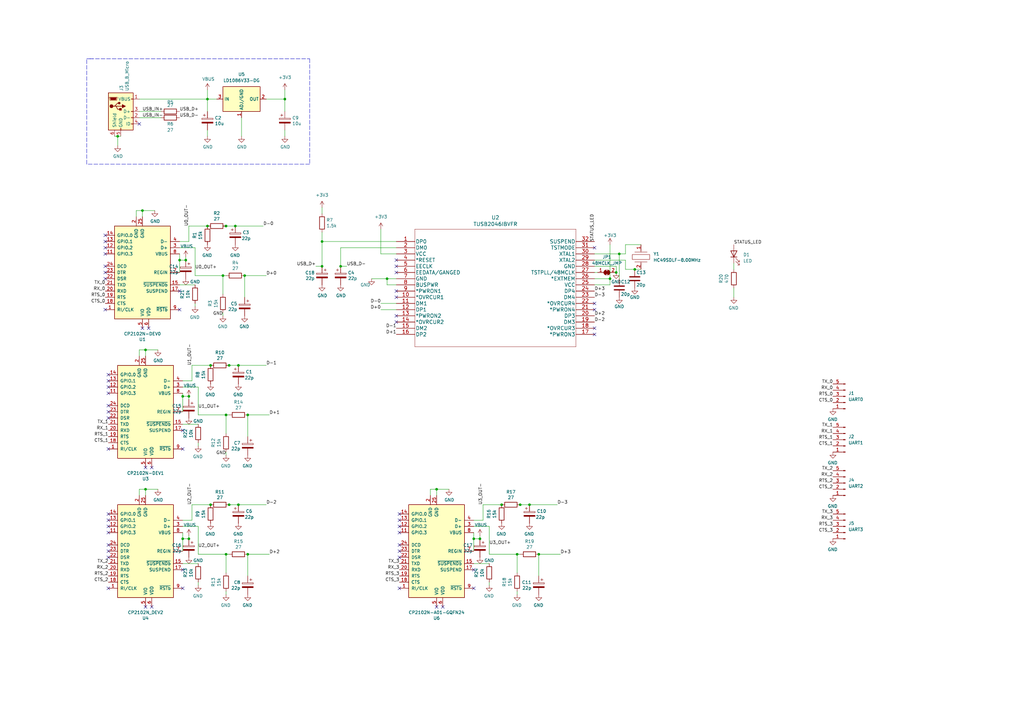
<source format=kicad_sch>
(kicad_sch (version 20211123) (generator eeschema)
  (paper "A3")
  (lib_symbols
    (symbol "Connector:Conn_01x05_Male" (pin_names (offset 1.016) hide)
      (property "Reference" "J" (at 0 7.62 0))
      (property "Value" "Conn_01x05_Male" (at 0 -7.62 0))
      (symbol "Conn_01x05_Male_1_1"
        (polyline (pts (xy 1.27 -5.08) (xy 0.8636 -5.08)) (stroke (width 0.1524)))
        (polyline (pts (xy 1.27 -2.54) (xy 0.8636 -2.54)) (stroke (width 0.1524)))
        (polyline (pts (xy 1.27 0) (xy 0.8636 0)) (stroke (width 0.1524)))
        (polyline (pts (xy 1.27 2.54) (xy 0.8636 2.54)) (stroke (width 0.1524)))
        (polyline (pts (xy 1.27 5.08) (xy 0.8636 5.08)) (stroke (width 0.1524)))
        (rectangle (start 0.8636 -4.953) (end 0 -5.207) (stroke (width 0.1524)) (fill (type outline)))
        (rectangle (start 0.8636 -2.413) (end 0 -2.667) (stroke (width 0.1524)) (fill (type outline)))
        (rectangle (start 0.8636 0.127) (end 0 -0.127) (stroke (width 0.1524)) (fill (type outline)))
        (rectangle (start 0.8636 2.667) (end 0 2.413) (stroke (width 0.1524)) (fill (type outline)))
        (rectangle (start 0.8636 5.207) (end 0 4.953) (stroke (width 0.1524)) (fill (type outline)))
        (pin passive line (at 5.08 5.08 180) (length 3.81) (name "Pin_1") (number "1"))
        (pin passive line (at 5.08 2.54 180) (length 3.81) (name "Pin_2") (number "2"))
        (pin passive line (at 5.08 0 180) (length 3.81) (name "Pin_3") (number "3"))
        (pin passive line (at 5.08 -2.54 180) (length 3.81) (name "Pin_4") (number "4"))
        (pin passive line (at 5.08 -5.08 180) (length 3.81) (name "Pin_5") (number "5"))
      )
    )
    (symbol "Connector:USB_B_Micro" (pin_names (offset 1.016))
      (property "Reference" "J" (at -5.08 11.43 0))
      (property "Value" "USB_B_Micro" (at -5.08 8.89 0))
      (symbol "USB_B_Micro_0_1"
        (rectangle (start -5.08 -7.62) (end 5.08 7.62) (stroke (width 0.254)) (fill (type background)))
        (circle (center -3.81 2.159) (radius 0.635) (stroke (width 0.254)) (fill (type outline)))
        (circle (center -0.635 3.429) (radius 0.381) (stroke (width 0.254)) (fill (type outline)))
        (rectangle (start -0.127 -7.62) (end 0.127 -6.858))
        (polyline (pts (xy -1.905 2.159) (xy 0.635 2.159)) (stroke (width 0.254)))
        (polyline (pts (xy -3.175 2.159) (xy -2.54 2.159) (xy -1.27 3.429) (xy -0.635 3.429)) (stroke (width 0.254)))
        (polyline (pts (xy -2.54 2.159) (xy -1.905 2.159) (xy -1.27 0.889) (xy 0 0.889)) (stroke (width 0.254)))
        (polyline (pts (xy 0.635 2.794) (xy 0.635 1.524) (xy 1.905 2.159) (xy 0.635 2.794)) (stroke (width 0.254)) (fill (type outline)))
        (polyline (pts (xy -4.318 5.588) (xy -1.778 5.588) (xy -2.032 4.826) (xy -4.064 4.826) (xy -4.318 5.588)) (fill (type outline)))
        (polyline (pts (xy -4.699 5.842) (xy -4.699 5.588) (xy -4.445 4.826) (xy -4.445 4.572) (xy -1.651 4.572) (xy -1.651 4.826) (xy -1.397 5.588) (xy -1.397 5.842) (xy -4.699 5.842)))
        (rectangle (start 0.254 1.27) (end -0.508 0.508) (stroke (width 0.254)) (fill (type outline)))
        (rectangle (start 5.08 -5.207) (end 4.318 -4.953))
        (rectangle (start 5.08 -2.667) (end 4.318 -2.413))
        (rectangle (start 5.08 -0.127) (end 4.318 0.127))
        (rectangle (start 5.08 4.953) (end 4.318 5.207))
      )
      (symbol "USB_B_Micro_1_1"
        (pin power_out line (at 7.62 5.08 180) (length 2.54) (name "VBUS") (number "1"))
        (pin bidirectional line (at 7.62 -2.54 180) (length 2.54) (name "D-") (number "2"))
        (pin bidirectional line (at 7.62 0 180) (length 2.54) (name "D+") (number "3"))
        (pin passive line (at 7.62 -5.08 180) (length 2.54) (name "ID") (number "4"))
        (pin power_out line (at 0 -10.16 90) (length 2.54) (name "GND") (number "5"))
        (pin passive line (at -2.54 -10.16 90) (length 2.54) (name "Shield") (number "6"))
      )
    )
    (symbol "Device:C" (pin_numbers hide) (pin_names (offset 0.254))
      (property "Reference" "C" (at 0.635 2.54 0))
      (property "Value" "C" (at 0.635 -2.54 0))
      (symbol "C_0_1"
        (polyline (pts (xy -2.032 -0.762) (xy 2.032 -0.762)) (stroke (width 0.508)))
        (polyline (pts (xy -2.032 0.762) (xy 2.032 0.762)) (stroke (width 0.508)))
      )
      (symbol "C_1_1"
        (pin passive line (at 0 3.81 270) (length 2.794) (name "~") (number "1"))
        (pin passive line (at 0 -3.81 90) (length 2.794) (name "~") (number "2"))
      )
    )
    (symbol "Device:LED" (pin_numbers hide) (pin_names (offset 1.016) hide)
      (property "Reference" "D" (at 0 2.54 0))
      (property "Value" "LED" (at 0 -2.54 0))
      (symbol "LED_0_1"
        (polyline (pts (xy -1.27 -1.27) (xy -1.27 1.27)) (stroke (width 0.254)))
        (polyline (pts (xy -1.27 0) (xy 1.27 0)))
        (polyline (pts (xy 1.27 -1.27) (xy 1.27 1.27) (xy -1.27 0) (xy 1.27 -1.27)) (stroke (width 0.254)))
        (polyline (pts (xy -3.048 -0.762) (xy -4.572 -2.286) (xy -3.81 -2.286) (xy -4.572 -2.286) (xy -4.572 -1.524)))
        (polyline (pts (xy -1.778 -0.762) (xy -3.302 -2.286) (xy -2.54 -2.286) (xy -3.302 -2.286) (xy -3.302 -1.524)))
      )
      (symbol "LED_1_1"
        (pin passive line (at -3.81 0 0) (length 2.54) (name "K") (number "1"))
        (pin passive line (at 3.81 0 180) (length 2.54) (name "A") (number "2"))
      )
    )
    (symbol "Device:R" (pin_numbers hide) (pin_names (offset 0))
      (property "Reference" "R" (at 2.032 0 90))
      (property "Value" "R" (at 0 0 90))
      (symbol "R_0_1"
        (rectangle (start -1.016 -2.54) (end 1.016 2.54) (stroke (width 0.254)))
      )
      (symbol "R_1_1"
        (pin passive line (at 0 3.81 270) (length 1.27) (name "~") (number "1"))
        (pin passive line (at 0 -3.81 90) (length 1.27) (name "~") (number "2"))
      )
    )
    (symbol "First-rescue:CP-Device" (pin_numbers hide) (pin_names (offset 0.254))
      (property "Reference" "C" (at 0.635 2.54 0))
      (property "Value" "CP-Device" (at 0.635 -2.54 0))
      (symbol "CP-Device_0_1"
        (rectangle (start -2.286 0.508) (end 2.286 1.016))
        (polyline (pts (xy -1.778 2.286) (xy -0.762 2.286)))
        (polyline (pts (xy -1.27 2.794) (xy -1.27 1.778)))
        (rectangle (start 2.286 -0.508) (end -2.286 -1.016) (fill (type outline)))
      )
      (symbol "CP-Device_1_1"
        (pin passive line (at 0 3.81 270) (length 2.794) (name "~") (number "1"))
        (pin passive line (at 0 -3.81 90) (length 2.794) (name "~") (number "2"))
      )
    )
    (symbol "First-rescue:CP2102N-A01-GQFN24-Interface_USB" (pin_names (offset 1.016))
      (property "Reference" "U" (at -5.08 22.225 0))
      (property "Value" "CP2102N-A01-GQFN24-Interface_USB" (at -5.08 20.32 0))
      (symbol "CP2102N-A01-GQFN24-Interface_USB_0_1"
        (rectangle (start -11.43 19.05) (end 11.43 -19.05) (stroke (width 0.254)) (fill (type background)))
      )
      (symbol "CP2102N-A01-GQFN24-Interface_USB_1_1"
        (pin bidirectional line (at 15.24 15.24 180) (length 3.81) (name "RI/CLK") (number "1"))
        (pin no_connect line (at 10.16 -22.86 90) (length 3.81) hide (name "NC") (number "10"))
        (pin bidirectional line (at 15.24 -7.62 180) (length 3.81) (name "GPIO.3") (number "11"))
        (pin bidirectional line (at 15.24 -10.16 180) (length 3.81) (name "GPIO.2") (number "12"))
        (pin bidirectional line (at 15.24 -12.7 180) (length 3.81) (name "GPIO.1") (number "13"))
        (pin bidirectional line (at 15.24 -15.24 180) (length 3.81) (name "GPIO.0") (number "14"))
        (pin output line (at -15.24 5.08 0) (length 3.81) (name "~{SUSPENDb}") (number "15"))
        (pin no_connect line (at 7.62 -22.86 90) (length 3.81) hide (name "NC") (number "16"))
        (pin output line (at -15.24 7.62 0) (length 3.81) (name "SUSPEND") (number "17"))
        (pin input line (at 15.24 12.7 180) (length 3.81) (name "CTS") (number "18"))
        (pin output line (at 15.24 10.16 180) (length 3.81) (name "RTS") (number "19"))
        (pin power_in line (at 2.54 -22.86 90) (length 3.81) (name "GND") (number "2"))
        (pin input line (at 15.24 7.62 180) (length 3.81) (name "RXD") (number "20"))
        (pin output line (at 15.24 5.08 180) (length 3.81) (name "TXD") (number "21"))
        (pin input line (at 15.24 2.54 180) (length 3.81) (name "DSR") (number "22"))
        (pin output line (at 15.24 0 180) (length 3.81) (name "DTR") (number "23"))
        (pin input line (at 15.24 -2.54 180) (length 3.81) (name "DCD") (number "24"))
        (pin power_in line (at 0 -22.86 90) (length 3.81) (name "GND") (number "25"))
        (pin bidirectional line (at -15.24 -10.16 0) (length 3.81) (name "D+") (number "3"))
        (pin bidirectional line (at -15.24 -12.7 0) (length 3.81) (name "D-") (number "4"))
        (pin power_in line (at 0 22.86 270) (length 3.81) (name "VIO") (number "5"))
        (pin power_in line (at -2.54 22.86 270) (length 3.81) (name "VDD") (number "6"))
        (pin power_in line (at -15.24 0 0) (length 3.81) (name "REGIN") (number "7"))
        (pin input line (at -15.24 -7.62 0) (length 3.81) (name "VBUS") (number "8"))
        (pin input line (at -15.24 15.24 0) (length 3.81) (name "~{RSTb}") (number "9"))
      )
    )
    (symbol "First-rescue:TUSB2046IBVFR-TUSB2046IBVFR" (pin_names (offset 0.254))
      (property "Reference" "U" (at 40.64 10.16 0))
      (property "Value" "TUSB2046IBVFR-TUSB2046IBVFR" (at 40.64 7.62 0))
      (symbol "TUSB2046IBVFR-TUSB2046IBVFR_1_1"
        (polyline (pts (xy 7.62 -43.18) (xy 73.66 -43.18)) (stroke (width 0.127)))
        (polyline (pts (xy 7.62 5.08) (xy 7.62 -43.18)) (stroke (width 0.127)))
        (polyline (pts (xy 73.66 -43.18) (xy 73.66 5.08)) (stroke (width 0.127)))
        (polyline (pts (xy 73.66 5.08) (xy 7.62 5.08)) (stroke (width 0.127)))
        (pin bidirectional line (at 0 0 0) (length 7.62) (name "DP0") (number "1"))
        (pin output line (at 0 -22.86 0) (length 7.62) (name "*OVRCUR1") (number "10"))
        (pin bidirectional line (at 0 -25.4 0) (length 7.62) (name "DM1") (number "11"))
        (pin bidirectional line (at 0 -27.94 0) (length 7.62) (name "DP1") (number "12"))
        (pin output line (at 0 -30.48 0) (length 7.62) (name "*PWRON2") (number "13"))
        (pin output line (at 0 -33.02 0) (length 7.62) (name "*OVRCUR2") (number "14"))
        (pin bidirectional line (at 0 -35.56 0) (length 7.62) (name "DM2") (number "15"))
        (pin bidirectional line (at 0 -38.1 0) (length 7.62) (name "DP2") (number "16"))
        (pin output line (at 81.28 -38.1 180) (length 7.62) (name "*PWRON3") (number "17"))
        (pin output line (at 81.28 -35.56 180) (length 7.62) (name "*OVRCUR3") (number "18"))
        (pin bidirectional line (at 81.28 -33.02 180) (length 7.62) (name "DM3") (number "19"))
        (pin bidirectional line (at 0 -2.54 0) (length 7.62) (name "DM0") (number "2"))
        (pin bidirectional line (at 81.28 -30.48 180) (length 7.62) (name "DP3") (number "20"))
        (pin output line (at 81.28 -27.94 180) (length 7.62) (name "*PWRON4") (number "21"))
        (pin input line (at 81.28 -25.4 180) (length 7.62) (name "*OVRCUR4") (number "22"))
        (pin bidirectional line (at 81.28 -22.86 180) (length 7.62) (name "DM4") (number "23"))
        (pin bidirectional line (at 81.28 -20.32 180) (length 7.62) (name "DP4") (number "24"))
        (pin power_in line (at 81.28 -17.78 180) (length 7.62) (name "VCC") (number "25"))
        (pin input line (at 81.28 -15.24 180) (length 7.62) (name "*EXTMEM") (number "26"))
        (pin unspecified line (at 81.28 -12.7 180) (length 7.62) (name "TSTPLL/48MCLK") (number "27"))
        (pin power_in line (at 81.28 -10.16 180) (length 7.62) (name "GND") (number "28"))
        (pin output line (at 81.28 -7.62 180) (length 7.62) (name "XTAL2") (number "29"))
        (pin power_in line (at 0 -5.08 0) (length 7.62) (name "VCC") (number "3"))
        (pin input line (at 81.28 -5.08 180) (length 7.62) (name "XTAL1") (number "30"))
        (pin unspecified line (at 81.28 -2.54 180) (length 7.62) (name "TSTMODE") (number "31"))
        (pin output line (at 81.28 0 180) (length 7.62) (name "SUSPEND") (number "32"))
        (pin input line (at 0 -7.62 0) (length 7.62) (name "*RESET") (number "4"))
        (pin output line (at 0 -10.16 0) (length 7.62) (name "EECLK") (number "5"))
        (pin bidirectional line (at 0 -12.7 0) (length 7.62) (name "EEDATA/GANGED") (number "6"))
        (pin power_in line (at 0 -15.24 0) (length 7.62) (name "GND") (number "7"))
        (pin input line (at 0 -17.78 0) (length 7.62) (name "BUSPWR") (number "8"))
        (pin output line (at 0 -20.32 0) (length 7.62) (name "*PWRON1") (number "9"))
      )
    )
    (symbol "HC49SDLF-8.00MHz:HC49SDLF-8.00MHz" (pin_names (offset 0.762))
      (property "Reference" "Y" (at 8.89 6.35 0))
      (property "Value" "HC49SDLF-8.00MHz" (at 8.89 3.81 0))
      (symbol "HC49SDLF-8.00MHz_0_0"
        (pin passive line (at 0 0 0) (length 2.54) (name "~") (number "1"))
        (pin passive line (at 10.16 0 180) (length 2.54) (name "~") (number "2"))
      )
      (symbol "HC49SDLF-8.00MHz_0_1"
        (polyline (pts (xy 3.048 0) (xy 2.54 0)) (stroke (width 0.1524)))
        (polyline (pts (xy 3.048 2.54) (xy 3.048 -2.54)) (stroke (width 0.1524)))
        (polyline (pts (xy 7.112 0) (xy 7.62 0)) (stroke (width 0.1524)))
        (polyline (pts (xy 7.112 2.54) (xy 7.112 -2.54)) (stroke (width 0.1524)))
        (polyline (pts (xy 4.064 3.556) (xy 4.064 -3.556) (xy 6.096 -3.556) (xy 6.096 3.556) (xy 4.064 3.556)) (stroke (width 0.1524)))
      )
    )
    (symbol "Jumper:SolderJumper_2_Bridged" (pin_names (offset 0) hide)
      (property "Reference" "JP" (at 0 2.032 0))
      (property "Value" "SolderJumper_2_Bridged" (at 0 -2.54 0))
      (symbol "SolderJumper_2_Bridged_0_1"
        (rectangle (start -0.508 0.508) (end 0.508 -0.508) (fill (type outline)))
        (arc (start -0.254 1.016) (mid -1.27 0) (end -0.254 -1.016))
        (arc (start -0.254 1.016) (mid -1.27 0) (end -0.254 -1.016) (fill (type outline)))
        (polyline (pts (xy -0.254 1.016) (xy -0.254 -1.016)))
        (polyline (pts (xy 0.254 1.016) (xy 0.254 -1.016)))
        (arc (start 0.254 -1.016) (mid 1.27 0) (end 0.254 1.016))
        (arc (start 0.254 -1.016) (mid 1.27 0) (end 0.254 1.016) (fill (type outline)))
      )
      (symbol "SolderJumper_2_Bridged_1_1"
        (pin passive line (at -3.81 0 0) (length 2.54) (name "A") (number "1"))
        (pin passive line (at 3.81 0 180) (length 2.54) (name "B") (number "2"))
      )
    )
    (symbol "Regulator_Linear:LD1086V33-DG"
      (property "Reference" "U" (at 0 10.16 0))
      (property "Value" "LD1086V33-DG" (at 0 7.62 0))
      (symbol "LD1086V33-DG_1_1"
        (rectangle (start -7.62 -5.08) (end 7.62 5.08) (stroke (width 0.254)) (fill (type background)))
        (pin input line (at 0 -7.62 90) (length 2.54) (name "ADJ/GND") (number "1"))
        (pin power_out line (at 10.16 0 180) (length 2.54) (name "OUT") (number "2"))
        (pin power_in line (at -10.16 0 0) (length 2.54) (name "IN") (number "3"))
      )
    )
    (symbol "power:+3V3" (power) (pin_names (offset 0))
      (property "Value" "+3V3" (at 0 3.556 0))
      (symbol "+3V3_0_1"
        (polyline (pts (xy -0.762 1.27) (xy 0 2.54)))
        (polyline (pts (xy 0 0) (xy 0 2.54)))
        (polyline (pts (xy 0 2.54) (xy 0.762 1.27)))
      )
      (symbol "+3V3_1_1"
        (pin power_in line (at 0 0 90) (length 0) hide (name "+3V3") (number "1"))
      )
    )
    (symbol "power:GND" (power) (pin_names (offset 0))
      (property "Value" "GND" (at 0 -3.81 0))
      (symbol "GND_0_1"
        (polyline (pts (xy 0 0) (xy 0 -1.27) (xy 1.27 -1.27) (xy 0 -2.54) (xy -1.27 -1.27) (xy 0 -1.27)))
      )
      (symbol "GND_1_1"
        (pin power_in line (at 0 0 270) (length 0) hide (name "GND") (number "1"))
      )
    )
    (symbol "power:VBUS" (power) (pin_names (offset 0))
      (property "Value" "VBUS" (at 0 3.81 0))
      (symbol "VBUS_0_1"
        (polyline (pts (xy -0.762 1.27) (xy 0 2.54)))
        (polyline (pts (xy 0 0) (xy 0 2.54)))
        (polyline (pts (xy 0 2.54) (xy 0.762 1.27)))
      )
      (symbol "VBUS_1_1"
        (pin power_in line (at 0 0 90) (length 0) hide (name "VBUS") (number "1"))
      )
    )
  )
  (junction (at 101.6 227.33))
  (junction (at 179.07 200.66))
  (junction (at 77.47 220.98))
  (junction (at 260.35 110.49))
  (junction (at 96.52 92.71))
  (junction (at 74.93 220.98))
  (junction (at 73.66 106.68))
  (junction (at 100.33 113.03))
  (junction (at 93.98 207.01))
  (junction (at 158.75 114.3))
  (junction (at 85.09 92.71))
  (junction (at 86.36 207.01))
  (junction (at 48.26 55.88))
  (junction (at 92.71 92.71))
  (junction (at 58.42 86.36))
  (junction (at 252.73 111.76))
  (junction (at 132.08 99.06))
  (junction (at 250.19 114.3))
  (junction (at 97.79 207.01))
  (junction (at 76.2 106.68))
  (junction (at 205.74 207.01))
  (junction (at 85.09 40.64))
  (junction (at 92.71 170.18))
  (junction (at 97.79 149.86))
  (junction (at 74.93 162.56))
  (junction (at 213.36 207.01))
  (junction (at 86.36 149.86))
  (junction (at 220.98 227.33))
  (junction (at 101.6 170.18))
  (junction (at 254 104.14))
  (junction (at 139.7 109.22))
  (junction (at 93.98 149.86))
  (junction (at 212.09 227.33))
  (junction (at 59.69 143.51))
  (junction (at 92.71 227.33))
  (junction (at 196.85 220.98))
  (junction (at 116.84 40.64))
  (junction (at 132.08 109.22))
  (junction (at 59.69 200.66))
  (junction (at 194.31 220.98))
  (junction (at 77.47 162.56))
  (junction (at 217.17 207.01))
  (junction (at 91.44 113.03))
  (no_connect (at 181.61 248.92))
  (no_connect (at 179.07 248.92))
  (no_connect (at 194.31 241.3))
  (no_connect (at 74.93 184.15))
  (no_connect (at 73.66 127))
  (no_connect (at 74.93 241.3))
  (no_connect (at 162.56 119.38))
  (no_connect (at 162.56 121.92))
  (no_connect (at 162.56 109.22))
  (no_connect (at 162.56 106.68))
  (no_connect (at 162.56 129.54))
  (no_connect (at 162.56 132.08))
  (no_connect (at 243.84 137.16))
  (no_connect (at 243.84 134.62))
  (no_connect (at 243.84 127))
  (no_connect (at 243.84 124.46))
  (no_connect (at 243.84 101.6))
  (no_connect (at 57.15 50.8))
  (no_connect (at 43.18 96.52))
  (no_connect (at 43.18 99.06))
  (no_connect (at 43.18 101.6))
  (no_connect (at 43.18 104.14))
  (no_connect (at 194.31 233.68))
  (no_connect (at 163.83 241.3))
  (no_connect (at 162.56 111.76))
  (no_connect (at 43.18 127))
  (no_connect (at 43.18 111.76))
  (no_connect (at 43.18 114.3))
  (no_connect (at 58.42 134.62))
  (no_connect (at 73.66 119.38))
  (no_connect (at 60.96 134.62))
  (no_connect (at 44.45 184.15))
  (no_connect (at 59.69 191.77))
  (no_connect (at 62.23 191.77))
  (no_connect (at 74.93 176.53))
  (no_connect (at 44.45 161.29))
  (no_connect (at 44.45 158.75))
  (no_connect (at 44.45 153.67))
  (no_connect (at 44.45 156.21))
  (no_connect (at 44.45 171.45))
  (no_connect (at 44.45 168.91))
  (no_connect (at 44.45 166.37))
  (no_connect (at 44.45 213.36))
  (no_connect (at 44.45 210.82))
  (no_connect (at 44.45 228.6))
  (no_connect (at 74.93 233.68))
  (no_connect (at 44.45 226.06))
  (no_connect (at 44.45 223.52))
  (no_connect (at 44.45 218.44))
  (no_connect (at 44.45 215.9))
  (no_connect (at 62.23 248.92))
  (no_connect (at 44.45 241.3))
  (no_connect (at 59.69 248.92))
  (no_connect (at 163.83 215.9))
  (no_connect (at 163.83 213.36))
  (no_connect (at 163.83 210.82))
  (no_connect (at 163.83 228.6))
  (no_connect (at 163.83 226.06))
  (no_connect (at 163.83 218.44))
  (no_connect (at 163.83 223.52))
  (no_connect (at 43.18 109.22))
  (wire (pts (xy 109.22 113.03) (xy 100.33 113.03)))
  (wire (pts (xy 92.71 227.33) (xy 93.98 227.33)))
  (wire (pts (xy 96.52 92.71) (xy 92.71 92.71)))
  (wire (pts (xy 250.19 114.3) (xy 243.84 114.3)))
  (wire (pts (xy 59.69 143.51) (xy 59.69 146.05)))
  (wire (pts (xy 205.74 207.01) (xy 198.12 207.01)))
  (wire (pts (xy 217.17 207.01) (xy 213.36 207.01)))
  (wire (pts (xy 48.26 55.88) (xy 49.53 55.88)))
  (wire (pts (xy 85.09 40.64) (xy 85.09 45.72)))
  (wire (pts (xy 101.6 227.33) (xy 101.6 236.22)))
  (wire (pts (xy 97.79 207.01) (xy 109.22 207.01)))
  (wire (pts (xy 176.53 200.66) (xy 179.07 200.66)))
  (wire (pts (xy 97.79 149.86) (xy 93.98 149.86)))
  (wire (pts (xy 77.47 99.06) (xy 77.47 92.71)))
  (wire (pts (xy 80.01 101.6) (xy 73.66 101.6)))
  (wire (pts (xy 74.93 231.14) (xy 81.28 231.14)))
  (wire (pts (xy 243.84 109.22) (xy 252.73 109.22)))
  (wire (pts (xy 254 104.14) (xy 254 114.3)))
  (wire (pts (xy 74.93 161.29) (xy 74.93 162.56)))
  (wire (pts (xy 300.99 110.49) (xy 300.99 107.95)))
  (wire (pts (xy 158.75 114.3) (xy 162.56 114.3)))
  (wire (pts (xy 48.26 55.88) (xy 48.26 59.69)))
  (wire (pts (xy 86.36 207.01) (xy 78.74 207.01)))
  (wire (pts (xy 300.99 121.92) (xy 300.99 118.11)))
  (wire (pts (xy 252.73 109.22) (xy 252.73 111.76)))
  (wire (pts (xy 212.09 243.84) (xy 212.09 242.57)))
  (wire (pts (xy 91.44 113.03) (xy 92.71 113.03)))
  (wire (pts (xy 142.24 109.22) (xy 139.7 109.22)))
  (wire (pts (xy 76.2 105.41) (xy 76.2 106.68)))
  (wire (pts (xy 78.74 156.21) (xy 78.74 149.86)))
  (wire (pts (xy 220.98 227.33) (xy 220.98 236.22)))
  (wire (pts (xy 81.28 215.9) (xy 74.93 215.9)))
  (wire (pts (xy 92.71 234.95) (xy 92.71 227.33)))
  (wire (pts (xy 179.07 200.66) (xy 179.07 203.2)))
  (wire (pts (xy 250.19 116.84) (xy 250.19 114.3)))
  (wire (pts (xy 162.56 116.84) (xy 158.75 116.84)))
  (wire (pts (xy 86.36 149.86) (xy 78.74 149.86)))
  (wire (pts (xy 194.31 231.14) (xy 200.66 231.14)))
  (wire (pts (xy 101.6 170.18) (xy 101.6 179.07)))
  (wire (pts (xy 156.21 93.98) (xy 156.21 104.14)))
  (wire (pts (xy 81.28 215.9) (xy 81.28 227.33)))
  (wire (pts (xy 81.28 227.33) (xy 92.71 227.33)))
  (wire (pts (xy 74.93 162.56) (xy 74.93 168.91)))
  (wire (pts (xy 92.71 170.18) (xy 93.98 170.18)))
  (wire (pts (xy 162.56 104.14) (xy 156.21 104.14)))
  (wire (pts (xy 156.21 127) (xy 162.56 127)))
  (wire (pts (xy 256.54 100.33) (xy 262.89 100.33)))
  (wire (pts (xy 92.71 186.69) (xy 92.71 185.42)))
  (wire (pts (xy 194.31 220.98) (xy 196.85 220.98)))
  (wire (pts (xy 200.66 215.9) (xy 194.31 215.9)))
  (wire (pts (xy 74.93 213.36) (xy 78.74 213.36)))
  (polyline (pts (xy 127 24.13) (xy 127 67.31)))
  (wire (pts (xy 194.31 220.98) (xy 194.31 226.06)))
  (wire (pts (xy 81.28 182.88) (xy 81.28 181.61)))
  (wire (pts (xy 162.56 99.06) (xy 132.08 99.06)))
  (wire (pts (xy 58.42 86.36) (xy 63.5 86.36)))
  (wire (pts (xy 116.84 40.64) (xy 109.22 40.64)))
  (wire (pts (xy 196.85 219.71) (xy 196.85 220.98)))
  (wire (pts (xy 243.84 106.68) (xy 256.54 106.68)))
  (polyline (pts (xy 35.56 67.31) (xy 35.56 24.13)))
  (wire (pts (xy 74.93 220.98) (xy 74.93 226.06)))
  (wire (pts (xy 46.99 55.88) (xy 48.26 55.88)))
  (wire (pts (xy 194.31 218.44) (xy 194.31 220.98)))
  (wire (pts (xy 85.09 40.64) (xy 88.9 40.64)))
  (wire (pts (xy 80.01 101.6) (xy 80.01 113.03)))
  (wire (pts (xy 59.69 200.66) (xy 64.77 200.66)))
  (wire (pts (xy 116.84 45.72) (xy 116.84 40.64)))
  (wire (pts (xy 110.49 170.18) (xy 101.6 170.18)))
  (wire (pts (xy 200.66 227.33) (xy 212.09 227.33)))
  (wire (pts (xy 213.36 207.01) (xy 212.09 207.01)))
  (wire (pts (xy 59.69 200.66) (xy 59.69 203.2)))
  (wire (pts (xy 152.4 114.3) (xy 158.75 114.3)))
  (wire (pts (xy 91.44 120.65) (xy 91.44 113.03)))
  (wire (pts (xy 57.15 146.05) (xy 57.15 143.51)))
  (wire (pts (xy 179.07 200.66) (xy 184.15 200.66)))
  (wire (pts (xy 92.71 177.8) (xy 92.71 170.18)))
  (wire (pts (xy 74.93 220.98) (xy 77.47 220.98)))
  (wire (pts (xy 243.84 104.14) (xy 254 104.14)))
  (wire (pts (xy 85.09 53.34) (xy 85.09 55.88)))
  (wire (pts (xy 129.54 109.22) (xy 132.08 109.22)))
  (wire (pts (xy 73.66 106.68) (xy 76.2 106.68)))
  (wire (pts (xy 116.84 55.88) (xy 116.84 53.34)))
  (wire (pts (xy 97.79 207.01) (xy 93.98 207.01)))
  (wire (pts (xy 55.88 88.9) (xy 55.88 86.36)))
  (wire (pts (xy 162.56 101.6) (xy 139.7 101.6)))
  (wire (pts (xy 200.66 215.9) (xy 200.66 227.33)))
  (wire (pts (xy 55.88 86.36) (xy 58.42 86.36)))
  (wire (pts (xy 85.09 92.71) (xy 77.47 92.71)))
  (wire (pts (xy 81.28 158.75) (xy 74.93 158.75)))
  (wire (pts (xy 132.08 95.25) (xy 132.08 99.06)))
  (wire (pts (xy 59.69 143.51) (xy 64.77 143.51)))
  (wire (pts (xy 256.54 104.14) (xy 256.54 100.33)))
  (wire (pts (xy 78.74 213.36) (xy 78.74 207.01)))
  (wire (pts (xy 93.98 207.01) (xy 92.71 207.01)))
  (wire (pts (xy 92.71 243.84) (xy 92.71 242.57)))
  (wire (pts (xy 132.08 99.06) (xy 132.08 109.22)))
  (wire (pts (xy 198.12 213.36) (xy 198.12 207.01)))
  (wire (pts (xy 158.75 116.84) (xy 158.75 114.3)))
  (wire (pts (xy 77.47 162.56) (xy 77.47 163.83)))
  (wire (pts (xy 73.66 99.06) (xy 77.47 99.06)))
  (polyline (pts (xy 36.83 24.13) (xy 127 24.13)))
  (wire (pts (xy 212.09 227.33) (xy 213.36 227.33)))
  (wire (pts (xy 245.11 111.76) (xy 243.84 111.76)))
  (wire (pts (xy 81.28 170.18) (xy 92.71 170.18)))
  (wire (pts (xy 116.84 36.83) (xy 116.84 40.64)))
  (polyline (pts (xy 127 67.31) (xy 35.56 67.31)))
  (wire (pts (xy 85.09 36.83) (xy 85.09 40.64)))
  (wire (pts (xy 77.47 162.56) (xy 74.93 162.56)))
  (wire (pts (xy 254 104.14) (xy 256.54 104.14)))
  (wire (pts (xy 91.44 129.54) (xy 91.44 128.27)))
  (wire (pts (xy 74.93 218.44) (xy 74.93 220.98)))
  (wire (pts (xy 156.21 124.46) (xy 162.56 124.46)))
  (wire (pts (xy 229.87 227.33) (xy 220.98 227.33)))
  (wire (pts (xy 73.66 104.14) (xy 73.66 106.68)))
  (wire (pts (xy 57.15 203.2) (xy 57.15 200.66)))
  (wire (pts (xy 74.93 173.99) (xy 81.28 173.99)))
  (wire (pts (xy 243.84 116.84) (xy 250.19 116.84)))
  (wire (pts (xy 96.52 92.71) (xy 107.95 92.71)))
  (wire (pts (xy 74.93 156.21) (xy 78.74 156.21)))
  (wire (pts (xy 57.15 143.51) (xy 59.69 143.51)))
  (wire (pts (xy 99.06 55.88) (xy 99.06 48.26)))
  (wire (pts (xy 57.15 45.72) (xy 66.04 45.72)))
  (wire (pts (xy 132.08 85.09) (xy 132.08 87.63)))
  (wire (pts (xy 110.49 227.33) (xy 101.6 227.33)))
  (wire (pts (xy 250.19 100.33) (xy 250.19 114.3)))
  (wire (pts (xy 176.53 203.2) (xy 176.53 200.66)))
  (wire (pts (xy 73.66 116.84) (xy 80.01 116.84)))
  (wire (pts (xy 57.15 40.64) (xy 85.09 40.64)))
  (wire (pts (xy 93.98 149.86) (xy 92.71 149.86)))
  (wire (pts (xy 58.42 86.36) (xy 58.42 88.9)))
  (wire (pts (xy 73.66 106.68) (xy 73.66 111.76)))
  (wire (pts (xy 57.15 200.66) (xy 59.69 200.66)))
  (wire (pts (xy 81.28 240.03) (xy 81.28 238.76)))
  (wire (pts (xy 260.35 110.49) (xy 262.89 110.49)))
  (wire (pts (xy 100.33 113.03) (xy 100.33 121.92)))
  (wire (pts (xy 139.7 101.6) (xy 139.7 109.22)))
  (polyline (pts (xy 35.56 24.13) (xy 38.1 24.13)))
  (wire (pts (xy 57.15 48.26) (xy 66.04 48.26)))
  (wire (pts (xy 97.79 149.86) (xy 109.22 149.86)))
  (wire (pts (xy 77.47 219.71) (xy 77.47 220.98)))
  (wire (pts (xy 80.01 125.73) (xy 80.01 124.46)))
  (wire (pts (xy 256.54 110.49) (xy 260.35 110.49)))
  (wire (pts (xy 200.66 240.03) (xy 200.66 238.76)))
  (wire (pts (xy 80.01 113.03) (xy 91.44 113.03)))
  (wire (pts (xy 212.09 234.95) (xy 212.09 227.33)))
  (wire (pts (xy 217.17 207.01) (xy 228.6 207.01)))
  (wire (pts (xy 194.31 213.36) (xy 198.12 213.36)))
  (wire (pts (xy 81.28 158.75) (xy 81.28 170.18)))
  (wire (pts (xy 92.71 92.71) (xy 91.44 92.71)))
  (wire (pts (xy 256.54 106.68) (xy 256.54 110.49)))
  (label "STATUS_LED" (at 300.99 100.33 0))
  (label "TX_1" (at 44.45 173.99 180))
  (label "TX_2" (at 44.45 231.14 180))
  (label "RX_3" (at 341.63 213.36 180))
  (label "D-2" (at 243.84 132.08 0))
  (label "D-3" (at 243.84 121.92 0))
  (label "CTS_0" (at 341.63 165.1 180))
  (label "RTS_1" (at 341.63 180.34 180))
  (label "U2_OUT-" (at 78.74 207.01 90))
  (label "CTS_3" (at 163.83 238.76 180))
  (label "GND" (at 92.71 186.69 180))
  (label "D-3" (at 228.6 207.01 0))
  (label "RX_1" (at 44.45 176.53 180))
  (label "TX_1" (at 341.63 175.26 180))
  (label "U3_OUT+" (at 200.66 223.52 0))
  (label "STATUS_LED" (at 243.84 99.06 90))
  (label "U1_OUT-" (at 78.74 149.86 90))
  (label "CTS_0" (at 43.18 124.46 180))
  (label "TX_0" (at 341.63 157.48 180))
  (label "D+1" (at 162.56 137.16 180))
  (label "RTS_0" (at 341.63 162.56 180))
  (label "CTS_2" (at 44.45 238.76 180))
  (label "D+3" (at 229.87 227.33 0))
  (label "TX_3" (at 341.63 210.82 180))
  (label "USB_D-" (at 142.24 109.22 0))
  (label "D+3" (at 243.84 119.38 0))
  (label "TX_3" (at 163.83 231.14 180))
  (label "CTS_1" (at 44.45 181.61 180))
  (label "GND" (at 91.44 129.54 180))
  (label "D+0" (at 156.21 127 180))
  (label "RTS_3" (at 163.83 236.22 180))
  (label "TX_0" (at 43.18 116.84 180))
  (label "RTS_1" (at 44.45 179.07 180))
  (label "RTS_2" (at 341.63 198.12 180))
  (label "USB_D-" (at 73.66 48.26 0))
  (label "D+2" (at 110.49 227.33 0))
  (label "RX_3" (at 163.83 233.68 180))
  (label "D-1" (at 162.56 134.62 180))
  (label "CTS_2" (at 341.63 200.66 180))
  (label "U2_OUT+" (at 81.28 224.7246 0))
  (label "D-0" (at 107.95 92.71 0))
  (label "RX_1" (at 341.63 177.8 180))
  (label "D+1" (at 110.49 170.18 0))
  (label "D-0" (at 156.21 124.46 180))
  (label "USB_D+" (at 73.66 45.72 0))
  (label "USB_IN-" (at 58.42 48.26 0))
  (label "RX_0" (at 341.63 160.02 180))
  (label "USB_IN+" (at 58.42 45.72 0))
  (label "CTS_3" (at 341.63 218.44 180))
  (label "D+0" (at 109.22 113.03 0))
  (label "RTS_0" (at 43.18 121.92 180))
  (label "U1_OUT+" (at 81.28 167.64 0))
  (label "RX_2" (at 341.63 195.58 180))
  (label "RX_0" (at 43.18 119.38 180))
  (label "TX_2" (at 341.63 193.04 180))
  (label "D+2" (at 243.84 129.54 0))
  (label "U3_OUT-" (at 198.12 207.01 90))
  (label "USB_D+" (at 129.54 109.22 180))
  (label "U0_OUT+" (at 80.01 110.49 0))
  (label "RTS_2" (at 44.45 236.22 180))
  (label "RTS_3" (at 341.63 215.9 180))
  (label "RX_2" (at 44.45 233.68 180))
  (label "CTS_1" (at 341.63 182.88 180))
  (label "D-1" (at 109.22 149.86 0))
  (label "D-2" (at 109.22 207.01 0))
  (label "U0_OUT-" (at 77.47 92.71 90))
  (symbol (lib_id "First-rescue:TUSB2046IBVFR-TUSB2046IBVFR") (at 162.56 99.06 0) (unit 1)
    (property "Reference" "U2" (at 203.2 89.2302 0) (effects (font (size 1.524 1.524))))
    (property "Value" "TUSB2046IBVFR" (at 203.2 91.9226 0) (effects (font (size 1.524 1.524))))
    (property "Footprint" "TUSB2046:TUSB2046IBVFR" (effects hide))
  )
  (symbol (lib_id "Device:R") (at 132.08 91.44 0) (unit 1)
    (property "Reference" "R7" (at 133.858 90.2716 0) (effects (justify left)))
    (property "Value" "1.5k" (at 133.858 92.583 0) (effects (justify left)))
    (property "Footprint" "Resistor_SMD:R_0603_1608Metric" (effects hide))
  )
  (symbol (lib_id "First-rescue:CP-Device") (at 139.7 113.03 0) (unit 1)
    (property "Reference" "C4" (at 142.6972 111.8616 0) (effects (justify left)))
    (property "Value" "22p" (at 142.6972 114.173 0) (effects (justify left)))
    (property "Footprint" "Capacitor_SMD:C_0603_1608Metric" (effects hide))
  )
  (symbol (lib_id "Device:R") (at 69.85 48.26 90) (unit 1)
    (property "Reference" "R6" (at 69.85 50.8 90))
    (property "Value" "27" (at 69.85 53.34 90))
    (property "Footprint" "Resistor_SMD:R_0603_1608Metric" (effects hide))
  )
  (symbol (lib_id "Device:R") (at 69.85 45.72 270) (unit 1)
    (property "Reference" "R5" (at 69.85 41.91 90))
    (property "Value" "27" (at 69.85 43.18 90))
    (property "Footprint" "Resistor_SMD:R_0603_1608Metric" (effects hide))
  )
  (symbol (lib_id "First-rescue:CP2102N-A01-GQFN24-Interface_USB") (at 58.42 111.76 180) (unit 1)
    (property "Reference" "U1" (at 58.42 139.2174 0))
    (property "Value" "CP2102N-DEV0" (at 58.42 136.906 0))
    (property "Footprint" "Package_DFN_QFN:QFN-24-1EP_4x4mm_P0.5mm_EP2.6x2.6mm" (effects hide))
    (property "Datasheet" "https://www.silabs.com/documents/public/data-sheets/cp2102n-datasheet.pdf" (effects hide))
  )
  (symbol (lib_id "power:GND") (at 63.5 86.36 0) (unit 1)
    (property "Reference" "#PWR01" (effects hide))
    (property "Value" "GND" (at 63.627 90.7542 0))
  )
  (symbol (lib_id "power:GND") (at 152.4 114.3 0) (unit 1)
    (property "Reference" "#PWR011" (effects hide))
    (property "Value" "GND" (at 149.86 116.84 0))
  )
  (symbol (lib_id "power:VBUS") (at 76.2 105.41 0) (unit 1)
    (property "Reference" "#PWR04" (effects hide))
    (property "Value" "VBUS" (at 76.581 101.0158 0))
  )
  (symbol (lib_id "First-rescue:CP-Device") (at 85.09 49.53 0) (unit 1)
    (property "Reference" "C2" (at 88.0872 48.3616 0) (effects (justify left)))
    (property "Value" "10u" (at 88.0872 50.673 0) (effects (justify left)))
    (property "Footprint" "Capacitor_SMD:C_0603_1608Metric" (effects hide))
  )
  (symbol (lib_id "power:GND") (at 85.09 55.88 0) (unit 1)
    (property "Reference" "#PWR010" (effects hide))
    (property "Value" "GND" (at 85.217 60.2742 0))
  )
  (symbol (lib_id "power:VBUS") (at 85.09 36.83 0) (unit 1)
    (property "Reference" "#PWR09" (effects hide))
    (property "Value" "VBUS" (at 85.471 32.4358 0))
  )
  (symbol (lib_id "First-rescue:CP-Device") (at 100.33 125.73 0) (mirror y) (unit 1)
    (property "Reference" "C5" (at 97.3328 124.5616 0) (effects (justify left)))
    (property "Value" "22p" (at 97.3328 126.873 0) (effects (justify left)))
    (property "Footprint" "Capacitor_SMD:C_0603_1608Metric" (effects hide))
  )
  (symbol (lib_id "First-rescue:CP-Device") (at 96.52 96.52 0) (unit 1)
    (property "Reference" "C3" (at 99.5172 95.3516 0) (effects (justify left)))
    (property "Value" "22p" (at 99.06 97.79 0) (effects (justify left)))
    (property "Footprint" "Capacitor_SMD:C_0603_1608Metric" (effects hide))
  )
  (symbol (lib_id "power:GND") (at 100.33 129.54 0) (mirror y) (unit 1)
    (property "Reference" "#PWR012" (effects hide))
    (property "Value" "GND" (at 100.203 133.9342 0))
  )
  (symbol (lib_id "Device:R") (at 88.9 92.71 90) (mirror x) (unit 1)
    (property "Reference" "R2" (at 88.9 87.4522 90))
    (property "Value" "27" (at 88.9 89.7636 90))
    (property "Footprint" "Resistor_SMD:R_0603_1608Metric" (effects hide))
  )
  (symbol (lib_id "Device:R") (at 96.52 113.03 90) (mirror x) (unit 1)
    (property "Reference" "R4" (at 96.52 107.7722 90))
    (property "Value" "27" (at 96.52 110.0836 90))
    (property "Footprint" "Resistor_SMD:R_0603_1608Metric" (effects hide))
  )
  (symbol (lib_id "Device:R") (at 91.44 124.46 0) (mirror x) (unit 1)
    (property "Reference" "R3" (at 86.1822 124.46 90))
    (property "Value" "15k" (at 88.4936 124.46 90))
    (property "Footprint" "Resistor_SMD:R_0603_1608Metric" (effects hide))
  )
  (symbol (lib_id "power:GND") (at 91.44 129.54 0) (mirror y) (unit 1)
    (property "Reference" "#PWR06" (effects hide))
    (property "Value" "GND" (at 91.313 133.9342 0))
  )
  (symbol (lib_id "Device:R") (at 85.09 96.52 0) (mirror x) (unit 1)
    (property "Reference" "R1" (at 79.8322 96.52 90))
    (property "Value" "15k" (at 82.1436 96.52 90))
    (property "Footprint" "Resistor_SMD:R_0603_1608Metric" (effects hide))
  )
  (symbol (lib_id "power:GND") (at 85.09 100.33 0) (mirror y) (unit 1)
    (property "Reference" "#PWR05" (effects hide))
    (property "Value" "GND" (at 84.963 104.7242 0))
  )
  (symbol (lib_id "Connector:USB_B_Micro") (at 49.53 45.72 0) (unit 1)
    (property "Reference" "J3" (at 49.8094 37.338 90) (effects (justify left)))
    (property "Value" "USB_B_Micro" (at 52.1208 37.338 90) (effects (justify left)))
    (property "Footprint" "Connector_USB:USB_Micro-B_Molex-105017-0001" (effects hide))
  )
  (symbol (lib_id "First-rescue:CP-Device") (at 132.08 113.03 0) (mirror y) (unit 1)
    (property "Reference" "C18" (at 129.0828 111.8616 0) (effects (justify left)))
    (property "Value" "22p" (at 129.0828 114.173 0) (effects (justify left)))
    (property "Footprint" "Capacitor_SMD:C_0603_1608Metric" (effects hide))
  )
  (symbol (lib_id "Connector:Conn_01x05_Male") (at 346.71 198.12 180) (unit 1)
    (property "Reference" "J4" (at 347.98 196.8499 0) (effects (justify right)))
    (property "Value" "UART2" (at 347.98 199.3899 0) (effects (justify right)))
    (property "Footprint" "Connector_PinSocket_2.54mm:PinSocket_1x05_P2.54mm_Vertical" (effects hide))
  )
  (symbol (lib_id "First-rescue:CP-Device") (at 196.85 224.79 0) (mirror y) (unit 1)
    (property "Reference" "C17" (at 193.8528 223.6216 0) (effects (justify left)))
    (property "Value" "22p" (at 193.8528 225.933 0) (effects (justify left)))
    (property "Footprint" "Capacitor_SMD:C_0603_1608Metric" (effects hide))
  )
  (symbol (lib_id "power:GND") (at 341.63 167.64 0) (mirror y) (unit 1)
    (property "Reference" "#PWR044" (effects hide))
    (property "Value" "GND" (at 341.503 172.0342 0))
  )
  (symbol (lib_id "power:+3V3") (at 116.84 36.83 0) (unit 1)
    (property "Reference" "#PWR027" (effects hide))
    (property "Value" "+3V3" (at 116.84 31.75 0))
  )
  (symbol (lib_id "Device:C") (at 260.35 114.3 0) (unit 1)
    (property "Reference" "C13" (at 260.985 111.76 0) (effects (justify left)))
    (property "Value" "20p" (at 260.985 116.84 0) (effects (justify left)))
    (property "Footprint" "Capacitor_SMD:C_0603_1608Metric" (effects hide))
  )
  (symbol (lib_id "power:GND") (at 81.28 182.88 0) (mirror y) (unit 1)
    (property "Reference" "#PWR035" (effects hide))
    (property "Value" "GND" (at 81.153 187.2742 0))
  )
  (symbol (lib_id "Device:R") (at 86.36 210.82 0) (mirror x) (unit 1)
    (property "Reference" "R9" (at 81.1022 210.82 90))
    (property "Value" "15k" (at 83.4136 210.82 90))
    (property "Footprint" "Resistor_SMD:R_0603_1608Metric" (effects hide))
  )
  (symbol (lib_id "power:GND") (at 86.36 214.63 0) (mirror y) (unit 1)
    (property "Reference" "#PWR018" (effects hide))
    (property "Value" "GND" (at 86.233 219.0242 0))
  )
  (symbol (lib_id "power:GND") (at 81.28 240.03 0) (mirror y) (unit 1)
    (property "Reference" "#PWR036" (effects hide))
    (property "Value" "GND" (at 81.153 244.4242 0))
  )
  (symbol (lib_id "First-rescue:CP2102N-A01-GQFN24-Interface_USB") (at 59.69 168.91 180) (unit 1)
    (property "Reference" "U3" (at 59.69 196.3674 0))
    (property "Value" "CP2102N-DEV1" (at 59.69 194.056 0))
    (property "Footprint" "Package_DFN_QFN:QFN-24-1EP_4x4mm_P0.5mm_EP2.6x2.6mm" (effects hide))
    (property "Datasheet" "https://www.silabs.com/documents/public/data-sheets/cp2102n-datasheet.pdf" (effects hide))
  )
  (symbol (lib_id "First-rescue:CP-Device") (at 101.6 182.88 0) (mirror y) (unit 1)
    (property "Reference" "C7" (at 98.6028 181.7116 0) (effects (justify left)))
    (property "Value" "22p" (at 98.6028 184.023 0) (effects (justify left)))
    (property "Footprint" "Capacitor_SMD:C_0603_1608Metric" (effects hide))
  )
  (symbol (lib_id "power:+3V3") (at 132.08 85.09 0) (unit 1)
    (property "Reference" "#PWR030" (effects hide))
    (property "Value" "+3V3" (at 132.08 80.01 0))
  )
  (symbol (lib_id "power:GND") (at 77.47 228.6 0) (mirror y) (unit 1)
    (property "Reference" "#PWR016" (effects hide))
    (property "Value" "GND" (at 81.28 229.87 0))
  )
  (symbol (lib_id "power:GND") (at 64.77 143.51 0) (unit 1)
    (property "Reference" "#PWR03" (effects hide))
    (property "Value" "GND" (at 64.897 147.9042 0))
  )
  (symbol (lib_id "Device:R") (at 212.09 238.76 0) (mirror x) (unit 1)
    (property "Reference" "R18" (at 206.8322 238.76 90))
    (property "Value" "15k" (at 209.1436 238.76 90))
    (property "Footprint" "Resistor_SMD:R_0603_1608Metric" (effects hide))
  )
  (symbol (lib_id "power:+3V3") (at 156.21 93.98 0) (unit 1)
    (property "Reference" "#PWR033" (effects hide))
    (property "Value" "+3V3" (at 156.21 88.9 0))
  )
  (symbol (lib_id "HC49SDLF-8.00MHz:HC49SDLF-8.00MHz") (at 262.89 100.33 270) (unit 1)
    (property "Reference" "Y1" (at 267.97 104.1399 90) (effects (justify left)))
    (property "Value" "HC49SDLF-8.00MHz" (at 267.97 106.6799 90) (effects (justify left)))
    (property "Footprint" "HC49:HC49SDLF800MHz" (effects hide))
    (property "Datasheet" "http://www.mouser.com/datasheet/2/160/C4SD-1131563.pdf" (effects hide))
    (property "Description" "Crystals 8MHz 12pF -20C +70C 30ppm" (effects hide))
    (property "Height" "4.5" (effects hide))
    (property "Manufacturer_Name" "Fox" (effects hide))
    (property "Manufacturer_Part_Number" "HC49SDLF-8.00MHz" (effects hide))
    (property "Mouser Part Number" "559-FOXSDLF/080-12" (effects hide))
    (property "Mouser Price/Stock" "https://www.mouser.co.uk/ProductDetail/Fox/HC49SDLF-800MHz?qs=zaGjUjd0x6RJRj%2Fgg2Mq7A%3D%3D" (effects hide))
  )
  (symbol (lib_id "Device:R") (at 97.79 170.18 90) (mirror x) (unit 1)
    (property "Reference" "R14" (at 97.79 164.9222 90))
    (property "Value" "27" (at 97.79 167.2336 90))
    (property "Footprint" "Resistor_SMD:R_0603_1608Metric" (effects hide))
  )
  (symbol (lib_id "power:GND") (at 220.98 243.84 0) (mirror y) (unit 1)
    (property "Reference" "#PWR040" (effects hide))
    (property "Value" "GND" (at 220.853 248.2342 0))
  )
  (symbol (lib_id "power:GND") (at 217.17 214.63 0) (mirror y) (unit 1)
    (property "Reference" "#PWR039" (effects hide))
    (property "Value" "GND" (at 217.043 219.0242 0))
  )
  (symbol (lib_id "power:GND") (at 101.6 186.69 0) (mirror y) (unit 1)
    (property "Reference" "#PWR025" (effects hide))
    (property "Value" "GND" (at 101.473 191.0842 0))
  )
  (symbol (lib_id "power:GND") (at 92.71 186.69 0) (mirror y) (unit 1)
    (property "Reference" "#PWR019" (effects hide))
    (property "Value" "GND" (at 92.583 191.0842 0))
  )
  (symbol (lib_id "Device:R") (at 81.28 234.95 0) (mirror x) (unit 1)
    (property "Reference" "R23" (at 76.0222 234.95 90))
    (property "Value" "10k" (at 78.3336 234.95 90))
    (property "Footprint" "Resistor_SMD:R_0603_1608Metric" (effects hide))
  )
  (symbol (lib_id "Device:R") (at 86.36 153.67 0) (mirror x) (unit 1)
    (property "Reference" "R8" (at 81.1022 153.67 90))
    (property "Value" "15k" (at 83.4136 153.67 90))
    (property "Footprint" "Resistor_SMD:R_0603_1608Metric" (effects hide))
  )
  (symbol (lib_id "power:GND") (at 252.73 111.76 0) (unit 1)
    (property "Reference" "#PWR0102" (effects hide))
    (property "Value" "GND" (at 252.73 115.57 0))
  )
  (symbol (lib_id "Device:R") (at 90.17 149.86 90) (mirror x) (unit 1)
    (property "Reference" "R10" (at 90.17 144.6022 90))
    (property "Value" "27" (at 90.17 146.9136 90))
    (property "Footprint" "Resistor_SMD:R_0603_1608Metric" (effects hide))
  )
  (symbol (lib_id "power:GND") (at 341.63 220.98 0) (mirror y) (unit 1)
    (property "Reference" "#PWR047" (effects hide))
    (property "Value" "GND" (at 341.503 225.3742 0))
  )
  (symbol (lib_id "Device:R") (at 92.71 238.76 0) (mirror x) (unit 1)
    (property "Reference" "R13" (at 87.4522 238.76 90))
    (property "Value" "15k" (at 89.7636 238.76 90))
    (property "Footprint" "Resistor_SMD:R_0603_1608Metric" (effects hide))
  )
  (symbol (lib_id "Device:LED") (at 300.99 104.14 90) (unit 1)
    (property "Reference" "D1" (at 304.8 104.4574 90) (effects (justify right)))
    (property "Value" "LED" (at 304.8 106.9974 90) (effects (justify right)))
    (property "Footprint" "LED_SMD:LED_0805_2012Metric" (effects hide))
  )
  (symbol (lib_id "power:GND") (at 80.01 125.73 0) (mirror y) (unit 1)
    (property "Reference" "#PWR029" (effects hide))
    (property "Value" "GND" (at 79.883 130.1242 0))
  )
  (symbol (lib_id "First-rescue:CP-Device") (at 217.17 210.82 0) (unit 1)
    (property "Reference" "C10" (at 220.1672 209.6516 0) (effects (justify left)))
    (property "Value" "22p" (at 219.71 212.09 0) (effects (justify left)))
    (property "Footprint" "Capacitor_SMD:C_0603_1608Metric" (effects hide))
  )
  (symbol (lib_id "Connector:Conn_01x05_Male") (at 346.71 162.56 180) (unit 1)
    (property "Reference" "J1" (at 347.98 161.2899 0) (effects (justify right)))
    (property "Value" "UART0" (at 347.98 163.8299 0) (effects (justify right)))
    (property "Footprint" "Connector_PinSocket_2.54mm:PinSocket_1x05_P2.54mm_Vertical" (effects hide))
  )
  (symbol (lib_id "power:GND") (at 196.85 228.6 0) (mirror y) (unit 1)
    (property "Reference" "#PWR049" (effects hide))
    (property "Value" "GND" (at 200.66 229.87 0))
  )
  (symbol (lib_id "Device:C") (at 254 118.11 0) (unit 1)
    (property "Reference" "C12" (at 254.635 115.57 0) (effects (justify left)))
    (property "Value" "20p" (at 254.635 120.65 0) (effects (justify left)))
    (property "Footprint" "Capacitor_SMD:C_0603_1608Metric" (effects hide))
  )
  (symbol (lib_id "power:GND") (at 300.99 121.92 0) (mirror y) (unit 1)
    (property "Reference" "#PWR043" (effects hide))
    (property "Value" "GND" (at 300.863 126.3142 0))
  )
  (symbol (lib_id "Device:R") (at 300.99 114.3 0) (mirror x) (unit 1)
    (property "Reference" "R20" (at 295.7322 114.3 90))
    (property "Value" "470" (at 298.0436 114.3 90))
    (property "Footprint" "Resistor_SMD:R_0603_1608Metric" (effects hide))
  )
  (symbol (lib_id "power:GND") (at 260.35 118.11 0) (unit 1)
    (property "Reference" "#PWR042" (effects hide))
    (property "Value" "GND" (at 260.35 121.92 0))
  )
  (symbol (lib_id "power:VBUS") (at 77.47 219.71 0) (unit 1)
    (property "Reference" "#PWR015" (effects hide))
    (property "Value" "VBUS" (at 77.851 215.3158 0))
  )
  (symbol (lib_id "power:GND") (at 64.77 200.66 0) (unit 1)
    (property "Reference" "#PWR07" (effects hide))
    (property "Value" "GND" (at 64.897 205.0542 0))
  )
  (symbol (lib_id "Device:R") (at 205.74 210.82 0) (mirror x) (unit 1)
    (property "Reference" "R16" (at 200.4822 210.82 90))
    (property "Value" "15k" (at 202.7936 210.82 90))
    (property "Footprint" "Resistor_SMD:R_0603_1608Metric" (effects hide))
  )
  (symbol (lib_id "First-rescue:CP-Device") (at 97.79 210.82 0) (unit 1)
    (property "Reference" "C6" (at 100.7872 209.6516 0) (effects (justify left)))
    (property "Value" "22p" (at 100.33 212.09 0) (effects (justify left)))
    (property "Footprint" "Capacitor_SMD:C_0603_1608Metric" (effects hide))
  )
  (symbol (lib_id "power:VBUS") (at 77.47 162.56 0) (unit 1)
    (property "Reference" "#PWR013" (effects hide))
    (property "Value" "VBUS" (at 77.851 158.1658 0))
  )
  (symbol (lib_id "power:+3V3") (at 250.19 100.33 0) (unit 1)
    (property "Reference" "#PWR0101" (effects hide))
    (property "Value" "+3V3" (at 250.19 96.52 0))
  )
  (symbol (lib_id "power:VBUS") (at 196.85 219.71 0) (unit 1)
    (property "Reference" "#PWR048" (effects hide))
    (property "Value" "VBUS" (at 197.231 215.3158 0))
  )
  (symbol (lib_id "First-rescue:CP-Device") (at 77.47 167.64 0) (mirror y) (unit 1)
    (property "Reference" "C15" (at 74.4728 166.4716 0) (effects (justify left)))
    (property "Value" "22p" (at 74.4728 168.783 0) (effects (justify left)))
    (property "Footprint" "Capacitor_SMD:C_0603_1608Metric" (effects hide))
  )
  (symbol (lib_id "Device:R") (at 200.66 234.95 0) (mirror x) (unit 1)
    (property "Reference" "R24" (at 195.4022 234.95 90))
    (property "Value" "10k" (at 197.7136 234.95 90))
    (property "Footprint" "Resistor_SMD:R_0603_1608Metric" (effects hide))
  )
  (symbol (lib_id "power:GND") (at 96.52 100.33 0) (mirror y) (unit 1)
    (property "Reference" "#PWR021" (effects hide))
    (property "Value" "GND" (at 96.393 104.7242 0))
  )
  (symbol (lib_id "Device:R") (at 97.79 227.33 90) (mirror x) (unit 1)
    (property "Reference" "R15" (at 97.79 222.0722 90))
    (property "Value" "27" (at 97.79 224.3836 90))
    (property "Footprint" "Resistor_SMD:R_0603_1608Metric" (effects hide))
  )
  (symbol (lib_id "power:GND") (at 86.36 157.48 0) (mirror y) (unit 1)
    (property "Reference" "#PWR017" (effects hide))
    (property "Value" "GND" (at 86.233 161.8742 0))
  )
  (symbol (lib_id "Connector:Conn_01x05_Male") (at 346.71 215.9 180) (unit 1)
    (property "Reference" "J5" (at 347.98 214.6299 0) (effects (justify right)))
    (property "Value" "UART3" (at 347.98 217.1699 0) (effects (justify right)))
    (property "Footprint" "Connector_PinSocket_2.54mm:PinSocket_1x05_P2.54mm_Vertical" (effects hide))
  )
  (symbol (lib_id "power:GND") (at 97.79 157.48 0) (mirror y) (unit 1)
    (property "Reference" "#PWR022" (effects hide))
    (property "Value" "GND" (at 97.663 161.8742 0))
  )
  (symbol (lib_id "First-rescue:CP-Device") (at 101.6 240.03 0) (mirror y) (unit 1)
    (property "Reference" "C8" (at 98.6028 238.8616 0) (effects (justify left)))
    (property "Value" "22p" (at 98.6028 241.173 0) (effects (justify left)))
    (property "Footprint" "Capacitor_SMD:C_0603_1608Metric" (effects hide))
  )
  (symbol (lib_id "power:GND") (at 254 121.92 0) (unit 1)
    (property "Reference" "#PWR041" (effects hide))
    (property "Value" "GND" (at 254 125.73 0))
  )
  (symbol (lib_id "Device:R") (at 92.71 181.61 0) (mirror x) (unit 1)
    (property "Reference" "R12" (at 87.4522 181.61 90))
    (property "Value" "15k" (at 89.7636 181.61 90))
    (property "Footprint" "Resistor_SMD:R_0603_1608Metric" (effects hide))
  )
  (symbol (lib_id "power:GND") (at 341.63 203.2 0) (mirror y) (unit 1)
    (property "Reference" "#PWR046" (effects hide))
    (property "Value" "GND" (at 341.503 207.5942 0))
  )
  (symbol (lib_id "Device:R") (at 209.55 207.01 90) (mirror x) (unit 1)
    (property "Reference" "R17" (at 209.55 201.7522 90))
    (property "Value" "27" (at 209.55 204.0636 90))
    (property "Footprint" "Resistor_SMD:R_0603_1608Metric" (effects hide))
  )
  (symbol (lib_id "power:GND") (at 101.6 243.84 0) (mirror y) (unit 1)
    (property "Reference" "#PWR026" (effects hide))
    (property "Value" "GND" (at 101.473 248.2342 0))
  )
  (symbol (lib_id "First-rescue:CP-Device") (at 77.47 224.79 0) (mirror y) (unit 1)
    (property "Reference" "C16" (at 74.4728 223.6216 0) (effects (justify left)))
    (property "Value" "22p" (at 74.4728 225.933 0) (effects (justify left)))
    (property "Footprint" "Capacitor_SMD:C_0603_1608Metric" (effects hide))
  )
  (symbol (lib_id "power:GND") (at 99.06 55.88 0) (unit 1)
    (property "Reference" "#PWR024" (effects hide))
    (property "Value" "GND" (at 99.187 60.2742 0))
  )
  (symbol (lib_id "Jumper:SolderJumper_2_Bridged") (at 248.92 111.76 0) (unit 1)
    (property "Reference" "JP1" (at 248.92 105.41 0))
    (property "Value" "48MCLK_JMP" (at 248.92 107.95 0))
    (property "Footprint" "Jumper:SolderJumper-2_P1.3mm_Bridged_RoundedPad1.0x1.5mm" (effects hide))
  )
  (symbol (lib_id "power:GND") (at 212.09 243.84 0) (mirror y) (unit 1)
    (property "Reference" "#PWR038" (effects hide))
    (property "Value" "GND" (at 211.963 248.2342 0))
  )
  (symbol (lib_id "First-rescue:CP2102N-A01-GQFN24-Interface_USB") (at 179.07 226.06 180) (unit 1)
    (property "Reference" "U6" (at 179.07 253.5174 0))
    (property "Value" "CP2102N-A01-GQFN24" (at 179.07 251.206 0))
    (property "Footprint" "Package_DFN_QFN:QFN-24-1EP_4x4mm_P0.5mm_EP2.6x2.6mm" (effects hide))
    (property "Datasheet" "https://www.silabs.com/documents/public/data-sheets/cp2102n-datasheet.pdf" (effects hide))
  )
  (symbol (lib_id "power:GND") (at 77.47 171.45 0) (mirror y) (unit 1)
    (property "Reference" "#PWR014" (effects hide))
    (property "Value" "GND" (at 81.28 172.72 0))
  )
  (symbol (lib_id "power:GND") (at 184.15 200.66 0) (unit 1)
    (property "Reference" "#PWR034" (effects hide))
    (property "Value" "GND" (at 184.277 205.0542 0))
  )
  (symbol (lib_id "Device:R") (at 90.17 207.01 90) (mirror x) (unit 1)
    (property "Reference" "R11" (at 90.17 201.7522 90))
    (property "Value" "27" (at 90.17 204.0636 90))
    (property "Footprint" "Resistor_SMD:R_0603_1608Metric" (effects hide))
  )
  (symbol (lib_id "Device:R") (at 80.01 120.65 0) (mirror x) (unit 1)
    (property "Reference" "R21" (at 74.7522 120.65 90))
    (property "Value" "10k" (at 77.0636 120.65 90))
    (property "Footprint" "Resistor_SMD:R_0603_1608Metric" (effects hide))
  )
  (symbol (lib_id "power:GND") (at 92.71 243.84 0) (mirror y) (unit 1)
    (property "Reference" "#PWR020" (effects hide))
    (property "Value" "GND" (at 92.583 248.2342 0))
  )
  (symbol (lib_id "First-rescue:CP2102N-A01-GQFN24-Interface_USB") (at 59.69 226.06 180) (unit 1)
    (property "Reference" "U4" (at 59.69 253.5174 0))
    (property "Value" "CP2102N_DEV2" (at 59.69 251.206 0))
    (property "Footprint" "Package_DFN_QFN:QFN-24-1EP_4x4mm_P0.5mm_EP2.6x2.6mm" (effects hide))
    (property "Datasheet" "https://www.silabs.com/documents/public/data-sheets/cp2102n-datasheet.pdf" (effects hide))
  )
  (symbol (lib_id "Connector:Conn_01x05_Male") (at 346.71 180.34 180) (unit 1)
    (property "Reference" "J2" (at 347.98 179.0699 0) (effects (justify right)))
    (property "Value" "UART1" (at 347.98 181.6099 0) (effects (justify right)))
    (property "Footprint" "Connector_PinSocket_2.54mm:PinSocket_1x05_P2.54mm_Vertical" (effects hide))
  )
  (symbol (lib_id "First-rescue:CP-Device") (at 97.79 153.67 0) (unit 1)
    (property "Reference" "C1" (at 100.7872 152.5016 0) (effects (justify left)))
    (property "Value" "22p" (at 100.33 154.94 0) (effects (justify left)))
    (property "Footprint" "Capacitor_SMD:C_0603_1608Metric" (effects hide))
  )
  (symbol (lib_id "power:GND") (at 341.63 185.42 0) (mirror y) (unit 1)
    (property "Reference" "#PWR045" (effects hide))
    (property "Value" "GND" (at 341.503 189.8142 0))
  )
  (symbol (lib_id "power:GND") (at 205.74 214.63 0) (mirror y) (unit 1)
    (property "Reference" "#PWR037" (effects hide))
    (property "Value" "GND" (at 205.613 219.0242 0))
  )
  (symbol (lib_id "power:GND") (at 97.79 214.63 0) (mirror y) (unit 1)
    (property "Reference" "#PWR023" (effects hide))
    (property "Value" "GND" (at 97.663 219.0242 0))
  )
  (symbol (lib_id "power:GND") (at 132.08 116.84 0) (unit 1)
    (property "Reference" "#PWR031" (effects hide))
    (property "Value" "GND" (at 132.207 121.2342 0))
  )
  (symbol (lib_id "power:GND") (at 76.2 114.3 0) (mirror y) (unit 1)
    (property "Reference" "#PWR08" (effects hide))
    (property "Value" "GND" (at 80.01 115.57 0))
  )
  (symbol (lib_id "power:GND") (at 200.66 240.03 0) (mirror y) (unit 1)
    (property "Reference" "#PWR050" (effects hide))
    (property "Value" "GND" (at 200.533 244.4242 0))
  )
  (symbol (lib_id "Regulator_Linear:LD1086V33-DG") (at 99.06 40.64 0) (unit 1)
    (property "Reference" "U5" (at 99.06 30.48 0))
    (property "Value" "LD1086V33-DG" (at 99.06 33.02 0))
    (property "Footprint" "Package_TO_SOT_THT:TO-220-3_Vertical" (effects hide))
    (property "Datasheet" "https://www.st.com/resource/en/datasheet/ld1086.pdf" (effects hide))
  )
  (symbol (lib_id "First-rescue:CP-Device") (at 76.2 110.49 0) (mirror y) (unit 1)
    (property "Reference" "C14" (at 73.2028 109.3216 0) (effects (justify left)))
    (property "Value" "22p" (at 73.2028 111.633 0) (effects (justify left)))
    (property "Footprint" "Capacitor_SMD:C_0603_1608Metric" (effects hide))
  )
  (symbol (lib_id "Device:R") (at 217.17 227.33 90) (mirror x) (unit 1)
    (property "Reference" "R19" (at 217.17 222.0722 90))
    (property "Value" "27" (at 217.17 224.3836 90))
    (property "Footprint" "Resistor_SMD:R_0603_1608Metric" (effects hide))
  )
  (symbol (lib_id "First-rescue:CP-Device") (at 116.84 49.53 0) (unit 1)
    (property "Reference" "C9" (at 119.8372 48.3616 0) (effects (justify left)))
    (property "Value" "10u" (at 119.8372 50.673 0) (effects (justify left)))
    (property "Footprint" "Capacitor_SMD:C_0603_1608Metric" (effects hide))
  )
  (symbol (lib_id "power:GND") (at 116.84 55.88 0) (unit 1)
    (property "Reference" "#PWR028" (effects hide))
    (property "Value" "GND" (at 116.967 60.2742 0))
  )
  (symbol (lib_id "power:GND") (at 139.7 116.84 0) (unit 1)
    (property "Reference" "#PWR032" (effects hide))
    (property "Value" "GND" (at 139.827 121.2342 0))
  )
  (symbol (lib_id "First-rescue:CP-Device") (at 220.98 240.03 0) (mirror y) (unit 1)
    (property "Reference" "C11" (at 217.9828 238.8616 0) (effects (justify left)))
    (property "Value" "22p" (at 217.9828 241.173 0) (effects (justify left)))
    (property "Footprint" "Capacitor_SMD:C_0603_1608Metric" (effects hide))
  )
  (symbol (lib_id "power:GND") (at 48.26 59.69 0) (unit 1)
    (property "Reference" "#PWR02" (effects hide))
    (property "Value" "GND" (at 48.387 64.0842 0))
  )
  (symbol (lib_id "Device:R") (at 81.28 177.8 0) (mirror x) (unit 1)
    (property "Reference" "R22" (at 76.0222 177.8 90))
    (property "Value" "10k" (at 78.3336 177.8 90))
    (property "Footprint" "Resistor_SMD:R_0603_1608Metric" (effects hide))
  )
)
</source>
